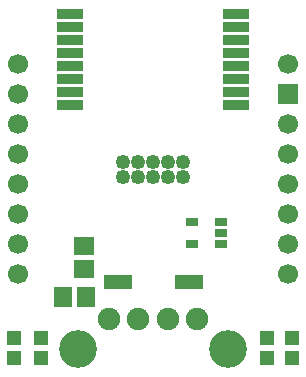
<source format=gbr>
G04 DipTrace 3.2.0.1*
G04 TopMask.gbr*
%MOMM*%
G04 #@! TF.FileFunction,Soldermask,Top*
G04 #@! TF.Part,Single*
%ADD28C,1.7*%
%ADD40R,1.05X0.76*%
%ADD42R,2.2X0.9*%
%ADD44C,3.2*%
%ADD46C,1.9*%
%ADD47C,1.25*%
%ADD49R,2.486X1.2*%
%ADD51R,1.7X1.5*%
%ADD53R,1.7X1.7*%
%ADD56R,1.2X1.3*%
%ADD58R,1.5X1.7*%
%FSLAX35Y35*%
G04*
G71*
G90*
G75*
G01*
G04 TopMask*
%LPD*%
D58*
X1507947Y1636513D3*
X1697947D3*
D56*
X1095240Y1117300D3*
Y1287300D3*
X3238140Y1117300D3*
Y1287300D3*
D28*
X3412867Y3604900D3*
D53*
Y3350900D3*
D28*
Y3096900D3*
Y2842900D3*
Y2588900D3*
Y2334900D3*
Y2080900D3*
Y1826900D3*
X1126867D3*
Y2080900D3*
Y2334900D3*
Y2588900D3*
Y2842900D3*
Y3096900D3*
Y3350900D3*
Y3604900D3*
D56*
X1317467Y1287300D3*
Y1117300D3*
X3444493Y1287300D3*
Y1117300D3*
D51*
X1682553Y1874613D3*
Y2064613D3*
D49*
X1969867Y1763500D3*
X2569867D3*
D47*
X2269867Y2652407D3*
X2396867D3*
X2523867D3*
X2142867D3*
X2015867D3*
X2269867Y2779407D3*
X2396867D3*
X2523867D3*
X2142867D3*
X2015867D3*
D46*
X1894867Y1446034D3*
X2144867D3*
X2394867D3*
X2644867D3*
D44*
X1634867Y1192034D3*
X2904867D3*
D42*
X2968293Y3255593D3*
Y3365593D3*
Y3475593D3*
Y3585593D3*
Y3695593D3*
Y3805593D3*
Y3915593D3*
Y4025593D3*
X1568293Y3255593D3*
Y3365593D3*
Y3475593D3*
Y3585593D3*
Y3695593D3*
Y3805593D3*
Y3915593D3*
Y4025593D3*
D40*
X2841307Y2176207D3*
Y2271207D3*
Y2081207D3*
X2596307Y2271207D3*
Y2081207D3*
M02*

</source>
